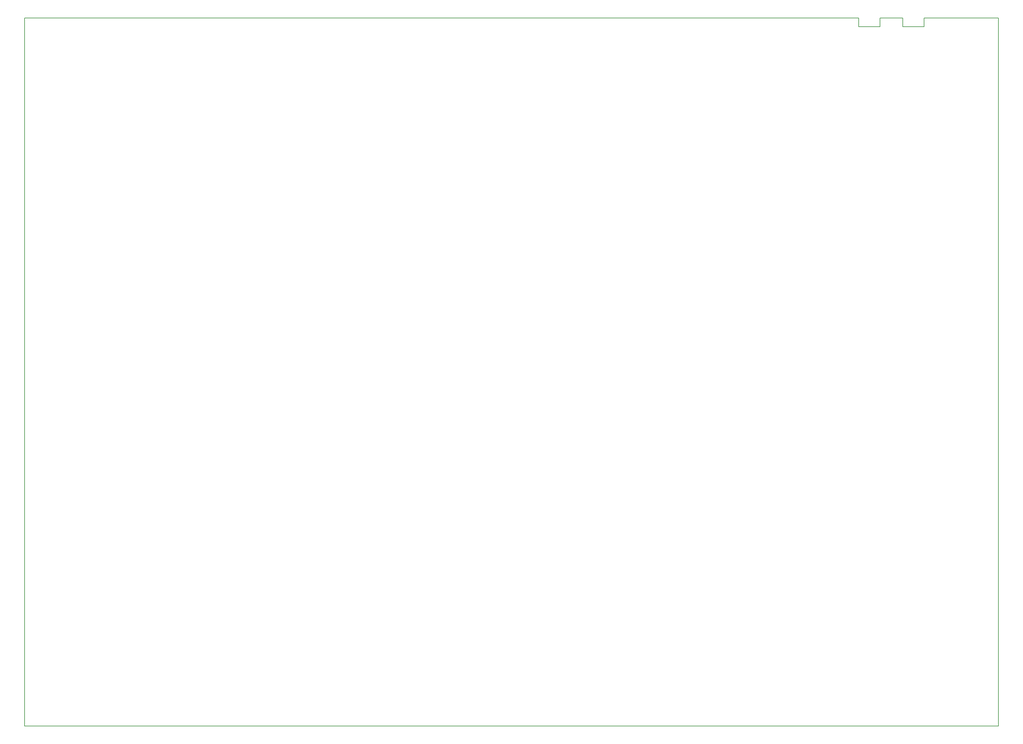
<source format=gm1>
G04 #@! TF.GenerationSoftware,KiCad,Pcbnew,5.1.4+dfsg1-1*
G04 #@! TF.CreationDate,2020-02-07T23:04:42+02:00*
G04 #@! TF.ProjectId,midi_grid,6d696469-5f67-4726-9964-2e6b69636164,1.0*
G04 #@! TF.SameCoordinates,Original*
G04 #@! TF.FileFunction,Profile,NP*
%FSLAX46Y46*%
G04 Gerber Fmt 4.6, Leading zero omitted, Abs format (unit mm)*
G04 Created by KiCad (PCBNEW 5.1.4+dfsg1-1) date 2020-02-07 23:04:42*
%MOMM*%
%LPD*%
G04 APERTURE LIST*
%ADD10C,0.150000*%
G04 APERTURE END LIST*
D10*
X301000000Y-37500000D02*
X65500000Y-37500000D01*
X340500000Y-37500000D02*
X319500000Y-37500000D01*
X319500000Y-40000000D02*
X319500000Y-37500000D01*
X313500000Y-40000000D02*
X319500000Y-40000000D01*
X313500000Y-37500000D02*
X313500000Y-40000000D01*
X307000000Y-37500000D02*
X313500000Y-37500000D01*
X307000000Y-40000000D02*
X307000000Y-37500000D01*
X301000000Y-40000000D02*
X307000000Y-40000000D01*
X301000000Y-37500000D02*
X301000000Y-40000000D01*
X65500000Y-37500000D02*
X65500000Y-237500000D01*
X340500000Y-237500000D02*
X340500000Y-37500000D01*
X265500000Y-237500000D02*
X340500000Y-237500000D01*
X65500000Y-237500000D02*
X265500000Y-237500000D01*
M02*

</source>
